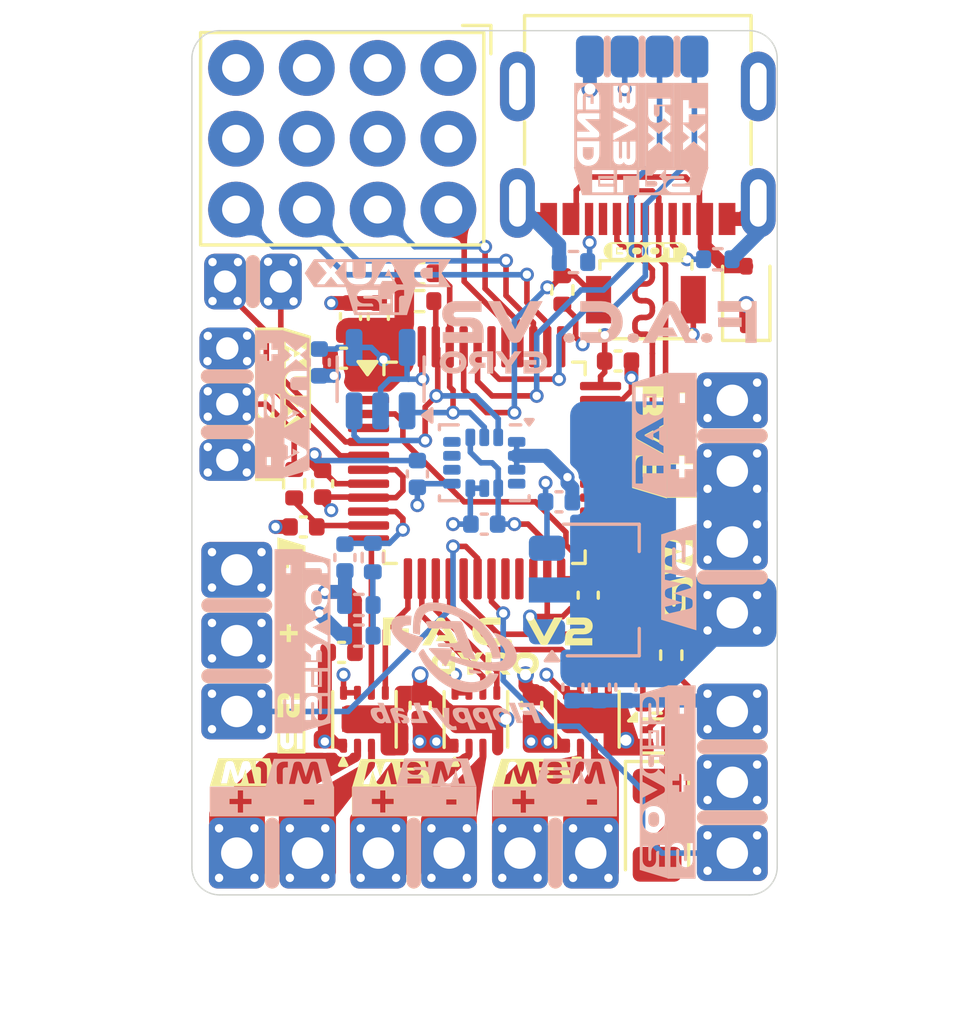
<source format=kicad_pcb>
(kicad_pcb (version 20241229) (generator "pcbnew") (generator_version "9.0")
  (title_block (title "Ant Robot Controller V2") (date "2025-09-19") (rev "2.0") (company "Filippo Castellan"))
  (layers (0 "F.Cu" signal) (4 "In1.Cu" signal) (6 "In2.Cu" signal) (2 "B.Cu" signal) (13 "F.Paste" user) (15 "B.Paste" user) (5 "F.SilkS" user "F.Silkscreen") (7 "B.SilkS" user "B.Silkscreen") (1 "F.Mask" user) (3 "B.Mask" user) (25 "Edge.Cuts" user))
  (net 0 "")
  (net 1 "+BATT")
  (net 2 "GND")
  (net 3 "+3V3")
  (net 4 "/MCU and RX/VBAT")
  (net 5 "/MCU and RX/ADC1")
  (net 6 "/Power/VUSB")
  (net 7 "Net-(D2-A)")
  (net 8 "Net-(D2-K)")
  (net 9 "/MCU and RX/USB_D+")
  (net 11 "Net-(J3-CC2)")
  (net 13 "/MCU and RX/USB_D-")
  (net 14 "Net-(J3-CC1)")
  (net 15 "/DC Motors/M1+")
  (net 16 "/DC Motors/M1-")
  (net 17 "/DC Motors/M2+")
  (net 18 "/DC Motors/M2-")
  (net 19 "/DC Motors/M3-")
  (net 20 "/DC Motors/M3+")
  (net 21 "/MCU and RX/SERVO1")
  (net 22 "/MCU and RX/SERVO2")
  (net 23 "Net-(J9-Pin_2)")
  (net 24 "/MCU and RX/DIGITAL_AUX1")
  (net 25 "/MCU and RX/DIGITAL_AUX2")
  (net 26 "/MCU and RX/UART2_RX")
  (net 27 "/MCU and RX/UART2_TX")
  (net 28 "Net-(Q1-G)")
  (net 29 "/Sensors/VBAT_DIV")
  (net 30 "/MCU and RX/BOOT0")
  (net 31 "/MCU and RX/I2C1_SDA")
  (net 32 "/MCU and RX/I2C1_SCL")
  (net 33 "/MCU and RX/STATUS_LED")
  (net 34 "/DC Motors/PWM_M1_F")
  (net 35 "/DC Motors/PWM_M1_B")
  (net 36 "/DC Motors/PWM_M2_F")
  (net 37 "/DC Motors/PWM_M2_B")
  (net 38 "/DC Motors/PWM_M3_B")
  (net 39 "/DC Motors/PWM_M3_F")
  (net 44 "/MCU and RX/CH4")
  (net 45 "/MCU and RX/CH2")
  (net 50 "/MCU and RX/CH1_PPM")
  (net 51 "/MCU and RX/CH3")
  (net 62 "/Power/+SW")
  (footprint "kibuzzard-68CD6E18" (layer "F.Cu") (at 116.47 129.598464 90)
    (property "Reference" "kibuzzard-68CD6E18" (hide yes))
    (property "Value" "G***" (hide yes))
  )
  (footprint "kibuzzard-68CD725D" (layer "F.Cu") (at 111.25 136.620215)
    (property "Reference" "kibuzzard-68CD725D" (hide yes))
    (property "Value" "G***" (hide yes))
  )
  (footprint "Capacitor_SMD:C_0402_1005Metric" (layer "F.Cu") (at 105.69 120.25 90)
    (property "Reference" "C15" (hide yes))
    (property "Value" "100n")
  )
  (footprint "_MY_connectors:01x02_TH_pad_renforced_small" (layer "F.Cu") (at 102.19 119 180)
    (property "Reference" "J10" (hide yes))
    (property "Value" "DIGITAL_AUX")
  )
  (footprint "kibuzzard-68CD6E40" (layer "F.Cu") (at 106.97 137.65)
    (property "Reference" "kibuzzard-68CD6E40" (hide yes))
    (property "Value" "G***" (hide yes))
  )
  (footprint "_MY_connectors:01x03_TH_pad_renforced" (layer "F.Cu") (at 100.61 134.42 90)
    (property "Reference" "J7" (hide yes))
    (property "Value" "servo 1")
  )
  (footprint "Capacitor_SMD:C_0402_1005Metric" (layer "F.Cu") (at 104.69 120.25 90)
    (property "Reference" "C13" (hide yes))
    (property "Value" "4.7u")
  )
  (footprint "Resistor_SMD:R_0402_1005Metric" (layer "F.Cu") (at 107.17 118.7 180)
    (property "Reference" "R9" (hide yes))
    (property "Value" "5.1k")
  )
  (footprint "Capacitor_SMD:C_0402_1005Metric" (layer "F.Cu") (at 107.19 134.2 90)
    (property "Reference" "C6" (hide yes))
    (property "Value" "4.7u")
  )
  (footprint "Package_DFN_QFN:Diodes_DFN1006-3" (layer "F.Cu") (at 115.69 135.3)
    (property "Reference" "Q1" (hide yes))
    (property "Value" "NMOS")
  )
  (footprint "kibuzzard-68CD7CD9" (layer "F.Cu") (at 109.52 132.7)
    (property "Reference" "kibuzzard-68CD7CD9" (hide yes))
    (property "Value" "G***" (hide yes))
  )
  (footprint "Capacitor_SMD:C_0402_1005Metric" (layer "F.Cu") (at 103.69 126.25 90)
    (property "Reference" "C18" (hide yes))
    (property "Value" "100n")
  )
  (footprint "Resistor_SMD:R_0402_1005Metric" (layer "F.Cu") (at 116.2 132.4 90)
    (property "Reference" "R11" (hide yes))
    (property "Value" "1.5k")
  )
  (footprint "Capacitor_SMD:C_0402_1005Metric" (layer "F.Cu") (at 104.37 132.3)
    (property "Reference" "C5" (hide yes))
    (property "Value" "4.7u")
  )
  (footprint "Resistor_SMD:R_0402_1005Metric" (layer "F.Cu") (at 102.67 126.25 -90)
    (property "Reference" "R6" (hide yes))
    (property "Value" "5.1k")
  )
  (footprint "_MIA footprint:USB_C_304A-ACP16X" (layer "F.Cu") (at 115 112 180)
    (property "Reference" "J3" (hide yes))
    (property "Value" "USB-C_304A-ACP16X")
  )
  (footprint "Resistor_SMD:R_0402_1005Metric" (layer "F.Cu") (at 107.17 119.7 180)
    (property "Reference" "R8" (hide yes))
    (property "Value" "5.1k")
  )
  (footprint "_MY_connectors:01x02_TH_pad_renforced" (layer "F.Cu") (at 105.69 139.5)
    (property "Reference" "J5" (hide yes))
    (property "Value" "M2")
  )
  (footprint "kibuzzard-68CD71AA" (layer "F.Cu") (at 100.87 136.6)
    (property "Reference" "kibuzzard-68CD71AA" (hide yes))
    (property "Value" "G***" (hide yes))
  )
  (footprint "kibuzzard-68CD6E53" (layer "F.Cu") (at 115.42 124.533304 90)
    (property "Reference" "kibuzzard-68CD6E53" (hide yes))
    (property "Value" "G***" (hide yes))
  )
  (footprint "kibuzzard-68CD6E40" (layer "F.Cu") (at 101.87 137.65)
    (property "Reference" "kibuzzard-68CD6E40" (hide yes))
    (property "Value" "G***" (hide yes))
  )
  (footprint "_MY_connectors:01x03_TH_pad_renforced" (layer "F.Cu") (at 118.39 139.5 90)
    (property "Reference" "J8" (hide yes))
    (property "Value" "servo 2")
  )
  (footprint "kibuzzard-68CD7254" (layer "F.Cu") (at 106.191249 136.629396)
    (property "Reference" "kibuzzard-68CD7254" (hide yes))
    (property "Value" "G***" (hide yes))
  )
  (footprint "Capacitor_SMD:C_0402_1005Metric" (layer "F.Cu") (at 114.29 121.85)
    (property "Reference" "C16" (hide yes))
    (property "Value" "100n")
  )
  (footprint "Diode_SMD:D_SOD-323" (layer "F.Cu") (at 118.89 119.5 90)
    (property "Reference" "D1" (hide yes))
    (property "Value" "1N5819WS")
  )
  (footprint "_MY_connectors:01x02_TH_pad_renforced" (layer "F.Cu") (at 110.77 139.5)
    (property "Reference" "J6" (hide yes))
    (property "Value" "M3")
  )
  (footprint "_My_modules:FS2A 4CH reciever" (layer "F.Cu") (at 108.203 111.337 180)
    (property "Reference" "U7" (hide yes))
    (property "Value" "FS2A 4CH reciever")
  )
  (footprint "Button_Switch_SMD:SW_SPST_B3U-1000P" (layer "F.Cu") (at 115.29 119.65 180)
    (property "Reference" "SW1" (hide yes))
    (property "Value" "BOOT")
  )
  (footprint "Capacitor_SMD:C_0402_1005Metric" (layer "F.Cu") (at 111.19 134.2 90)
    (property "Reference" "C7" (hide yes))
    (property "Value" "4.7u")
  )
  (footprint "_MY_connectors:01x02_TH_pad_renforced" (layer "F.Cu") (at 100.61 139.5)
    (property "Reference" "J4" (hide yes))
    (property "Value" "M1")
  )
  (footprint "Package_QFP:LQFP-48_7x7mm_P0.5mm" (layer "F.Cu") (at 109.5 125.5)
    (property "Reference" "U6" (hide yes))
    (property "Value" "STM32F072CBTx")
  )
  (footprint "kibuzzard-68CD73CB" (layer "F.Cu") (at 102.77 122.6 -90)
    (property "Reference" "kibuzzard-68CD73CB" (hide yes))
    (property "Value" "G***" (hide yes))
  )
  (footprint "Resistor_SMD:R_0402_1005Metric" (layer "F.Cu") (at 115.69 134.1)
    (property "Reference" "R10" (hide yes))
    (property "Value" "5.1k")
  )
  (footprint "kibuzzard-68CD717E" (layer "F.Cu") (at 102.57 132.05 -90)
    (property "Reference" "kibuzzard-68CD717E" (hide yes))
    (property "Value" "G***" (hide yes))
  )
  (footprint "kibuzzard-68CD7457" (layer "F.Cu") (at 115.27 117.9)
    (property "Reference" "kibuzzard-68CD7457" (hide yes))
    (property "Value" "G***" (hide yes))
  )
  (footprint "Package_SON:WSON-8-1EP_2x2mm_P0.5mm_EP0.9x1.6mm" (layer "F.Cu") (at 105.19 134.7 90)
    (property "Reference" "U2" (hide yes))
    (property "Value" "DRV8837")
  )
  (footprint "_MY_connectors:01x03_TH_pad_renforced_small" (layer "F.Cu") (at 100.27 121.398096 -90)
    (property "Reference" "J9" (hide yes))
    (property "Value" "ADC_AUX")
  )
  (footprint "Capacitor_SMD:C_0402_1005Metric" (layer "F.Cu") (at 113.22 130.25 -90)
    (property "Reference" "C17" (hide yes))
    (property "Value" "100n")
  )
  (footprint "kibuzzard-68CD7AF2" (layer "F.Cu") (at 109.62 131.55)
    (property "Reference" "kibuzzard-68CD7AF2" (hide yes))
    (property "Value" "G***" (hide yes))
  )
  (footprint "Capacitor_SMD:C_0402_1005Metric" (layer "F.Cu") (at 103 127.8)
    (property "Reference" "C11" (hide yes))
    (property "Value" "100n")
  )
  (footprint "Resistor_SMD:R_0402_1005Metric" (layer "F.Cu") (at 112.29 119.3 -90)
    (property "Reference" "R7" (hide yes))
    (property "Value" "5.1k")
  )
  (footprint "Capacitor_SMD:C_0402_1005Metric" (layer "F.Cu") (at 104.44 121.75 180)
    (property "Reference" "C14" (hide yes))
    (property "Value" "100n")
  )
  (footprint "_MY_connectors:01x02_TH_pad_renforced" (layer "F.Cu") (at 118.39 128.34 -90)
    (property "Reference" "J1" (hide yes))
    (property "Value" "SWITCH")
  )
  (footprint "kibuzzard-68CD73D1" (layer "F.Cu") (at 101.77 123.4 -90)
    (property "Reference" "kibuzzard-68CD73D1" (hide yes))
    (property "Value" "G***" (hide yes))
  )
  (footprint "Package_SON:WSON-8-1EP_2x2mm_P0.5mm_EP0.9x1.6mm" (layer "F.Cu") (at 109.19 134.7 90)
    (property "Reference" "U3" (hide yes))
    (property "Value" "DRV8837")
  )
  (footprint "kibuzzard-68CD6E40" (layer "F.Cu") (at 116.580555 124.53 90)
    (property "Reference" "kibuzzard-68CD6E40" (hide yes))
    (property "Value" "G***" (hide yes))
  )
  (footprint "Package_SON:WSON-8-1EP_2x2mm_P0.5mm_EP0.9x1.6mm" (layer "F.Cu") (at 113.19 134.7 90)
    (property "Reference" "U4" (hide yes))
    (property "Value" "DRV8837")
  )
  (footprint "LED_SMD:LED_1206_3216Metric" (layer "F.Cu") (at 115.69 138.5 -90)
    (property "Reference" "D2" (hide yes))
    (property "Value" "STATUS")
  )
  (footprint "kibuzzard-68CD6E40" (layer "F.Cu") (at 112.02 137.65)
    (property "Reference" "kibuzzard-68CD6E40" (hide yes))
    (property "Value" "G***" (hide yes))
  )
  (footprint "_MY_connectors:01x02_TH_pad_renforced" (layer "F.Cu") (at 118.39 123.26 -90)
    (property "Reference" "J2" (hide yes))
    (property "Value" "2s Battery")
  )
  (footprint "Resistor_SMD:R_0402_1005Metric" (layer "B.Cu") (at 105.49 128.9 90)
    (property "Reference" "R5" (hide yes))
    (property "Value" "10k")
  )
  (footprint "LOGO" (layer "B.Cu") (at 108.273663 132.806178 180)
    (property "Reference" "G***" (hide yes))
    (property "Value" "LOGO" (hide yes))
  )
  (footprint "kibuzzard-68CD793B" (layer "B.Cu") (at 113.22 113.412923 -90)
    (property "Reference" "kibuzzard-68CD793B" (hide yes))
    (property "Value" "G***" (hide yes))
  )
  (footprint "kibuzzard-68CD7254" (layer "B.Cu") (at 107.763237 136.605586 180)
    (property "Reference" "kibuzzard-68CD7254" (hide yes))
    (property "Value" "G***" (hide yes))
  )
  (footprint "kibuzzard-68CD71AA" (layer "B.Cu") (at 102.867069 136.620345 180)
    (property "Reference" "kibuzzard-68CD71AA" (hide yes))
    (property "Value" "G***" (hide yes))
  )
  (footprint "kibuzzard-68CD787F" (layer "B.Cu") (at 102.72 123.4 90)
    (property "Reference" "kibuzzard-68CD787F" (hide yes))
    (property "Value" "G***" (hide yes))
  )
  (footprint "Resistor_SMD:R_0402_1005Metric" (layer "B.Cu") (at 104.99 130.6 180)
    (property "Reference" "R4" (hide yes))
    (property "Value" "1.5k")
  )
  (footprint "Resistor_SMD:R_0402_1005Metric" (layer "B.Cu") (at 104.99 131.7)
    (property "Reference" "R3" (hide yes))
    (property "Value" "10k")
  )
  (footprint "Package_TO_SOT_SMD:SOT-23-5" (layer "B.Cu") (at 105.77 122.5 90)
    (property "Reference" "U8" (hide yes))
    (property "Value" "AT24C02C")
  )
  (footprint "Resistor_SMD:R_0402_1005Metric" (layer "B.Cu") (at 112.69 118.3 180)
    (property "Reference" "R1" (hide yes))
    (property "Value" "5.1k")
  )
  (footprint "kibuzzard-68CD7CD9" (layer "B.Cu") (at 109.82 121.9 180)
    (property "Reference" "kibuzzard-68CD7CD9" (hide yes))
    (property "Value" "G***" (hide yes))
  )
  (footprint "Capacitor_SMD:C_0402_1005Metric" (layer "B.Cu") (at 109.49 127.7 180)
    (property "Reference" "C10" (hide yes))
    (property "Value" "100n")
  )
  (footprint "Package_TO_SOT_SMD:SOT-89-3" (layer "B.Cu") (at 113.69 130.0625)
    (property "Reference" "U1" (hide yes))
    (property "Value" "GM7333")
  )
  (footprint "kibuzzard-68CD76C6" (layer "B.Cu") (at 102.47 131.9 90)
    (property "Reference" "kibuzzard-68CD76C6" (hide yes))
    (property "Value" "G***" (hide yes))
  )
  (footprint "kibuzzard-68CD795A" (layer "B.Cu") (at 114.52 113.4 -90)
    (property "Reference" "kibuzzard-68CD795A" (hide yes))
    (property "Value" "G***" (hide yes))
  )
  (footprint "kibuzzard-68CD78A4" (layer "B.Cu") (at 101.77 123.4 90)
    (property "Reference" "kibuzzard-68CD78A4" (hide yes))
    (property "Value" "G***" (hide yes))
  )
  (footprint "kibuzzard-68CD769D" (layer "B.Cu") (at 115.57 136.95 -90)
    (property "Reference" "kibuzzard-68CD769D" (hide yes))
    (property "Value" "G***" (hide yes))
  )
  (footprint "kibuzzard-68CD75CA" (layer "B.Cu") (at 106.981323 137.643241 180)
    (property "Reference" "kibuzzard-68CD75CA" (hide yes))
    (property "Value" "G***" (hide yes))
  )
  (footprint "Package_LGA:LGA-14_3x2.5mm_P0.5mm_LayoutBorder3x4y" (layer "B.Cu") (at 109.49 125.5 180)
    (property "Reference" "U5" (hide yes))
    (property "Value" "LSM6DS3")
  )
  (footprint "Capacitor_SMD:C_0402_1005Metric" (layer "B.Cu") (at 103.57 121.9 -90)
    (property "Reference" "C19" (hide yes))
    (property "Value" "100n")
  )
  (footprint "Capacitor_SMD:C_0402_1005Metric" (layer "B.Cu") (at 112.67 133.55 -90)
    (property "Reference" "C3" (hide yes))
    (property "Value" "4.7u")
  )
  (footprint "Resistor_SMD:R_0402_1005Metric" (layer "B.Cu") (at 117.87 118.2)
    (property "Reference" "R2" (hide yes))
    (property "Value" "5.1k")
  )
  (footprint "Capacitor_SMD:C_0402_1005Metric" (layer "B.Cu") (at 113.62 133.55 -90)
    (property "Reference" "C2" (hide yes))
    (property "Value" "4.7u")
  )
  (footprint "kibuzzard-68CD6E53" (layer "B.Cu") (at 115.42 124.5 -90)
    (property "Reference" "kibuzzard-68CD6E53" (hide yes))
    (property "Value" "G***" (hide yes))
  )
  (footprint "kibuzzard-68CD78F0" (layer "B.Cu") (at 105.77 119.7 180)
    (property "Reference" "kibuzzard-68CD78F0" (hide yes))
    (property "Value" "G***" (hide yes))
  )
  (footprint "kibuzzard-68CD7AD1" (layer "B.Cu") (at 113.62 120.45 180)
    (property "Reference" "kibuzzard-68CD7AD1" (hide yes))
    (property "Value" "G***" (hide yes))
  )
  (footprint "_MY_connectors:Pad 01x04 small" (layer "B.Cu") (at 117.029404 110.926904 90)
    (property "Reference" "J12" (hide yes))
    (property "Value" "ELRS")
  )
  (footprint "Capacitor_SMD:C_0402_1005Metric" (layer "B.Cu") (at 112.17 126.9)
    (property "Reference" "C4" (hide yes))
    (property "Value" "4.7u")
  )
  (footprint "kibuzzard-68CD79A4" (layer "B.Cu") (at 117.02 113.405129 -90)
    (property "Reference" "kibuzzard-68CD79A4" (hide yes))
    (property "Value" "G***" (hide yes))
  )
  (footprint "Capacitor_SMD:C_0402_1005Metric" (layer "B.Cu") (at 104.49 128.9 90)
    (property "Reference" "C8" (hide yes))
    (property "Value" "4.7u")
  )
  (footprint "Capacitor_SMD:C_0402_1005Metric" (layer "B.Cu") (at 114.57 133.55 -90)
    (property "Reference" "C1" (hide yes))
    (property "Value" "4.7u")
  )
  (footprint "kibuzzard-68CD75CA" (layer "B.Cu") (at 112.013724 137.648475 180)
    (property "Reference" "kibuzzard-68CD75CA" (hide yes))
    (property "Value" "G***" (hide yes))
  )
  (footprint "kibuzzard-68CD7642" (layer "B.Cu") (at 103.47 131.9 90)
    (property "Reference" "kibuzzard-68CD7642" (hide yes))
    (property "Value" "G***" (hide yes))
  )
  (footprint "Capacitor_SMD:C_0402_1005Metric" (layer "B.Cu") (at 107.09 125.9 90)
    (property "Reference" "C9" (hide yes))
    (property "Value" "100n")
  )
  (footprint "kibuzzard-68CD79BE" (layer "B.Cu") (at 115.77 113.396308 -90)
    (property "Reference" "kibuzzard-68CD79BE" (hide yes))
    (property "Value" "G***" (hide yes))
  )
  (footprint "kibuzzard-68CD75CA" (layer "B.Cu") (at 101.867173 137.646068 180)
    (property "Reference" "kibuzzard-68CD75CA" (hide yes))
    (property "Value" "G***" (hide yes))
  )
  (footprint "kibuzzard-68CD725D" (layer "B.Cu") (at 112.783724 136.61869 180)
    (property "Reference" "kibuzzard-68CD725D" (hide yes))
    (property "Value" "G***" (hide yes))
  )
  (footprint "kibuzzard-68CD7A1F" (layer "B.Cu") (at 115.12 115.4)
    (property "Reference" "kibuzzard-68CD7A1F" (hide yes))
    (property "Value" "G***" (hide yes))
  )
  (footprint "kibuzzard-68CD784B" (layer "B.Cu") (at 116.57 136.95 -90)
    (property "Reference" "kibuzzard-68CD784B" (hide yes))
    (property "Value" "G***" (hide yes))
  )
  (footprint "kibuzzard-68CD6E18" (layer "B.Cu") (at 116.47 129.6 -90)
    (property "Reference" "kibuzzard-68CD6E18" (hide yes))
    (property "Value" "G***" (hide yes))
  )
  (footprint "kibuzzard-68CD78BE" (layer "B.Cu") (at 105.67 118.7 180)
    (property "Reference" "kibuzzard-68CD78BE" (hide yes))
    (property "Value" "G***" (hide yes))
  )
  (footprint "kibuzzard-68CD756A" (layer "B.Cu") (at 116.580555 124.503304 -90)
    (property "Reference" "kibuzzard-68CD756A" (hide yes))
    (property "Value" "G***" (hide yes))
  )
  (gr_rect (start 113.672564 111.874667) (end 114.017436 114.917949) (fill yes) (layer "B.SilkS"))
  (gr_rect (start 116.272564 111.874667) (end 116.517436 114.917949) (fill yes) (layer "B.SilkS"))
  (gr_rect (start 115.022564 111.874667) (end 115.267436 114.917949) (fill yes) (layer "B.SilkS"))
  (gr_line (start 119 110) (end 100 110) (stroke (width 0.05)) (layer "Edge.Cuts"))
  (gr_arc (start 99 111) (mid 99.292893 110.292893) (end 100 110) (stroke (width 0.05)) (layer "Edge.Cuts"))
  (gr_line (start 120 140) (end 120 111) (stroke (width 0.05)) (layer "Edge.Cuts"))
  (gr_line (start 100 141) (end 119 141) (stroke (width 0.05)) (layer "Edge.Cuts"))
  (gr_line (start 99 111) (end 99 140) (stroke (width 0.05)) (layer "Edge.Cuts"))
  (gr_arc (start 120 140) (mid 119.707107 140.707107) (end 119 141) (stroke (width 0.05)) (layer "Edge.Cuts"))
  (gr_arc (start 100 141) (mid 99.292893 140.707107) (end 99 140) (stroke (width 0.05)) (layer "Edge.Cuts"))
  (gr_arc (start 119 110) (mid 119.707107 110.292893) (end 120 111) (stroke (width 0.05)) (layer "Edge.Cuts"))
  (segment (start 118.89 119.82) (end 118.89 120.55) (width 0.5) (layer "F.Cu") (net 1))
  (segment (start 103.77 132.42) (end 103.89 132.3) (width 0.5) (layer "F.Cu") (net 1))
  (segment (start 116.2 131.2) (end 116.52 130.88) (width 0.5) (layer "F.Cu") (net 1))
  (segment (start 116.2 131.89) (end 116.2 131.2) (width 0.5) (layer "F.Cu") (net 1))
  (segment (start 103.77 135.5) (end 103.77 132.42) (width 0.5) (layer "F.Cu") (net 1))
  (segment (start 116.52 130.88) (end 118.39 130.88) (width 0.5) (layer "F.Cu") (net 1))
  (via (at 107.17 135.5) (size 0.5) (drill 0.3) (layers "F.Cu" "B.Cu") (net 1))
  (via (at 111.77 135.5) (size 0.5) (drill 0.3) (layers "F.Cu" "B.Cu") (net 1))
  (via (at 103.57 130.9) (size 0.5) (drill 0.3) (layers "F.Cu" "B.Cu") (net 1))
  (via (at 103.77 135.5) (size 0.5) (drill 0.3) (layers "F.Cu" "B.Cu") (net 1))
  (via (at 107.77 135.5) (size 0.5) (drill 0.3) (layers "F.Cu" "B.Cu") (net 1))
  (via (at 111.17 135.5) (size 0.5) (drill 0.3) (layers "F.Cu" "B.Cu") (net 1))
  (via (at 118.89 119.82) (size 0.6) (drill 0.4) (layers "F.Cu" "B.Cu") (net 1))
  (segment (start 104.48 131.7) (end 104.37 131.7) (width 0.5) (layer "B.Cu") (net 1))
  (segment (start 104.37 131.7) (end 103.57 130.9) (width 0.5) (layer "B.Cu") (net 1))
  (segment (start 111.8 116.755) (end 111.255 116.755) (width 0.5) (layer "F.Cu") (net 2))
  (segment (start 104.54 130.13) (end 104.85 130.44) (width 0.5) (layer "F.Cu") (net 2))
  (segment (start 103.4 125.48) (end 103.69 125.77) (width 0.5) (layer "F.Cu") (net 2))
  (segment (start 114.433824 123.25) (end 113.6625 123.25) (width 0.2) (layer "F.Cu") (net 2))
  (segment (start 118.745 116.755) (end 119.32 116.18) (width 0.5) (layer "F.Cu") (net 2))
  (segment (start 110.97 133.5) (end 111.19 133.72) (width 0.5) (layer "F.Cu") (net 2))
  (segment (start 105.3375 126.25) (end 104.17 126.25) (width 0.2) (layer "F.Cu") (net 2))
  (segment (start 112.305 131.015) (end 112.59 130.73) (width 0.2) (layer "F.Cu") (net 2))
  (segment (start 103.77 130.13) (end 104.54 130.13) (width 0.5) (layer "F.Cu") (net 2))
  (segment (start 111.135 131.015) (end 111.75 131.015) (width 0.2) (layer "F.Cu") (net 2))
  (segment (start 109.19 134.7) (end 110.27 134.7) (width 0.5) (layer "F.Cu") (net 2))
  (segment (start 107.25 122.48) (end 107.27 122.5) (width 0.2) (layer "F.Cu") (net 2))
  (segment (start 107.25 121.3375) (end 107.25 122.48) (width 0.2) (layer "F.Cu") (net 2))
  (segment (start 103.96 122.25) (end 103.96 121.75) (width 0.5) (layer "F.Cu") (net 2))
  (segment (start 103.4 125.2) (end 103.4 125.48) (width 0.5) (layer "F.Cu") (net 2))
  (segment (start 111.75 131.015) (end 111.75 129.6625) (width 0.2) (layer "F.Cu") (net 2))
  (segment (start 104.85 130.44) (end 104.85 132.3) (width 0.5) (layer "F.Cu") (net 2))
  (segment (start 102 127.8) (end 102.52 127.8) (width 0.5) (layer "F.Cu") (net 2))
  (segment (start 107.19 133.1) (end 107.19 133.72) (width 0.5) (layer "F.Cu") (net 2))
  (segment (start 104.17 126.25) (end 103.69 125.77) (width 0.2) (layer "F.Cu") (net 2))
  (segment (start 104 119.77) (end 104.69 119.77) (width 0.5) (layer "F.Cu") (net 2))
  (segment (start 111.135 131.015) (end 112.305 131.015) (width 0.2) (layer "F.Cu") (net 2))
  (segment (start 114.77 121.85) (end 114.77 122.45) (width 0.5) (layer "F.Cu") (net 2))
  (segment (start 114.77 122.913824) (end 114.433824 123.25) (width 0.2) (layer "F.Cu") (net 2))
  (segment (start 112.59 130.73) (end 113.22 130.73) (width 0.2) (layer "F.Cu") (net 2))
  (segment (start 114.77 122.45) (end 114.77 122.913824) (width 0.2) (layer "F.Cu") (net 2))
  (segment (start 110.97 133.1) (end 110.97 133.5) (width 0.5) (layer "F.Cu") (net 2))
  (segment (start 104.09 122.38) (end 103.96 122.25) (width 0.5) (layer "F.Cu") (net 2))
  (segment (start 112.29 119.81) (end 112.77 120.29) (width 0.2) (layer "F.Cu") (net 2))
  (segment (start 111.255 116.755) (end 110.68 116.18) (width 0.5) (layer "F.Cu") (net 2))
  (segment (start 112.77 121) (end 113.02 121.25) (width 0.2) (layer "F.Cu") (net 2))
  (segment (start 112.77 120.29) (end 112.77 121) (width 0.2) (layer "F.Cu") (net 2))
  (segment (start 118.2 116.755) (end 118.745 116.755) (width 0.5) (layer "F.Cu") (net 2))
  (segment (start 105.69 119.77) (end 104.69 119.77) (width 0.5) (layer "F.Cu") (net 2))
  (via (at 108.37 127.7) (size 0.5) (drill 0.3) (layers "F.Cu" "B.Cu") (net 2))
  (via (at 107.27 122.5) (size 0.5) (drill 0.3) (layers "F.Cu" "B.Cu") (net 2))
  (via (at 103.4 125.2) (size 0.5) (drill 0.3) (layers "F.Cu" "B.Cu") (net 2))
  (via (at 112.475 126.013636) (size 0.5) (drill 0.3) (layers "F.Cu" "B.Cu") (net 2))
  (via (at 104.09 122.38) (size 0.5) (drill 0.3) (layers "F.Cu" "B.Cu") (net 2))
  (via (at 114.77 122.45) (size 0.5) (drill 0.3) (layers "F.Cu" "B.Cu") (net 2))
  (via (at 102 127.8) (size 0.5) (drill 0.3) (layers "F.Cu" "B.Cu") (net 2))
  (via (at 113.02 121.25) (size 0.5) (drill 0.3) (layers "F.Cu" "B.Cu") (net 2))
  (via (at 107.19 133.1) (size 0.6) (drill 0.4) (layers "F.Cu" "B.Cu") (net 2))
  (via (at 111.135 131.015) (size 0.5) (drill 0.3) (layers "F.Cu" "B.Cu") (net 2))
  (via (at 114.57 135.45) (size 0.6) (drill 0.4) (layers "F.Cu" "B.Cu") (net 2))
  (via (at 110.27 134.7) (size 0.6) (drill 0.4) (layers "F.Cu" "B.Cu") (net 2))
  (via (at 104 119.77) (size 0.5) (drill 0.3) (layers "F.Cu" "B.Cu") (net 2))
  (via (at 110.97 133.1) (size 0.6) (drill 0.4) (layers "F.Cu" "B.Cu") (net 2))
  (via (at 103.77 130.13) (size 0.5) (drill 0.3) (layers "F.Cu" "B.Cu") (net 2))
  (via (at 113.279404 112.090596) (size 0.6) (drill 0.4) (layers "F.Cu" "B.Cu") (net 2))
  (segment (start 106.72 121.3625) (end 106.72 122.45) (width 0.2) (layer "B.Cu") (net 2))
  (segment (start 119.32 117.26) (end 119.32 116.18) (width 0.5) (layer "B.Cu") (net 2))
  (segment (start 105.77 122.83) (end 105.77 123.6375) (width 0.2) (layer "B.Cu") (net 2))
  (segment (start 109.49 126.4125) (end 108.99 126.4125) (width 0.2) (layer "B.Cu") (net 2))
  (segment (start 113.62 134.03) (end 112.67 134.03) (width 0.5) (layer "B.Cu") (net 2))
  (segment (start 112.65 126.39931) (end 112.65 126.9) (width 0.5) (layer "B.Cu") (net 2))
  (segment (start 112.18 117.68) (end 110.68 116.18) (width 0.5) (layer "B.Cu") (net 2))
  (segment (start 113.279404 112.090596) (end 113.279404 110.926904) (width 0.5) (layer "B.Cu") (net 2))
  (segment (start 110.6525 125.75) (end 110.6525 125.25) (width 0.2) (layer "B.Cu") (net 2))
  (segment (start 104.49 129.38) (end 104.49 130.59) (width 0.5) (layer "B.Cu") (net 2))
  (segment (start 106.77 122.5) (end 106.1 122.5) (width 0.2) (layer "B.Cu") (net 2))
  (segment (start 104.49 130.13) (end 104.49 129.38) (width 0.5) (layer "B.Cu") (net 2))
  (segment (start 103.77 130.13) (end 104.49 130.13) (width 0.5) (layer "B.Cu") (net 2))
  (segment (start 108.99 126.4125) (end 108.99 127.68) (width 0.2) (layer "B.Cu") (net 2))
  (segment (start 104.49 130.59) (end 104.48 130.6) (width 0.5) (layer "B.Cu") (net 2))
  (segment (start 111.135 131.015) (end 111.135 131.465) (width 0.5) (layer "B.Cu") (net 2))
  (segment (start 112.475 126.22431) (end 112.65 126.39931) (width 0.5) (layer "B.Cu") (net 2))
  (segment (start 103.4 125.2) (end 103.4 125.358307) (width 0.2) (layer "B.Cu") (net 2))
  (segment (start 112.475 126.013636) (end 112.475 126.22431) (width 0.5) (layer "B.Cu") (net 2))
  (segment (start 107.27 122.5) (end 106.77 122.5) (width 0.2) (layer "B.Cu") (net 2))
  (segment (start 111.2325 131.5625) (end 111.74 131.5625) (width 0.5) (layer "B.Cu") (net 2))
  (segment (start 111.135 131.465) (end 111.2325 131.5625) (width 0.5) (layer "B.Cu") (net 2))
  (segment (start 118 134.03) (end 118.39 134.42) (width 0.5) (layer "B.Cu") (net 2))
  (segment (start 114.57 134.03) (end 118 134.03) (width 0.5) (layer "B.Cu") (net 2))
  (segment (start 103.461693 125.42) (end 107.09 125.42) (width 0.2) (layer "B.Cu") (net 2))
  (segment (start 110.6525 124.75) (end 110.6525 125.25) (width 0.2) (layer "B.Cu") (net 2))
  (segment (start 108.99 127.68) (end 109.01 127.7) (width 0.2) (layer "B.Cu") (net 2))
  (segment (start 106.72 122.45) (end 106.77 122.5) (width 0.2) (layer "B.Cu") (net 2))
  (segment (start 104.09 122.38) (end 103.57 122.38) (width 0.5) (layer "B.Cu") (net 2))
  (segment (start 111.711364 125.25) (end 110.6525 125.25) (width 0.5) (layer "B.Cu") (net 2))
  (segment (start 106.1 122.5) (end 105.77 122.83) (width 0.2) (layer "B.Cu") (net 2))
  (segment (start 109.01 127.7) (end 108.37 127.7) (width 0.2) (layer "B.Cu") (net 2))
  (segment (start 114.57 134.03) (end 113.62 134.03) (width 0.5) (layer "B.Cu") (net 2))
  (segment (start 112.475 126.013636) (end 111.711364 125.25) (width 0.5) (layer "B.Cu") (net 2))
  (segment (start 112.18 118.3) (end 112.18 117.68) (width 0.5) (layer "B.Cu") (net 2))
  (segment (start 103.4 125.358307) (end 103.461693 125.42) (width 0.2) (layer "B.Cu") (net 2))
  (segment (start 118.38 118.2) (end 119.32 117.26) (width 0.5) (layer "B.Cu") (net 2))
  (segment (start 108.94 133.75) (end 108.44 133.75) (width 0.2) (layer "F.Cu") (net 3))
  (segment (start 113.814641 120.91988) (end 113.814641 120.955359) (width 0.2) (layer "F.Cu") (net 3))
  (segment (start 104.94 133.75) (end 104.44 133.75) (width 0.2) (layer "F.Cu") (net 3))
  (segment (start 113.6625 122.4) (end 113.81 122.2525) (width 0.2) (layer "F.Cu") (net 3))
  (segment (start 112.77 129.72) (end 113.17 129.72) (width 0.2) (layer "F.Cu") (net 3))
  (segment (start 113.81 120.96) (end 113.81 121.85) (width 0.2) (layer "F.Cu") (net 3))
  (segment (start 104.44 133.1) (end 104.44 133.75) (width 0.2) (layer "F.Cu") (net 3))
  (segment (start 103.69 126.73) (end 105.3175 126.73) (width 0.2) (layer "F.Cu") (net 3))
  (segment (start 108.44 133.1) (end 108.44 133.75) (width 0.2) (layer "F.Cu") (net 3))
  (segment (start 105.3375 125.75) (end 106.32 125.75) (width 0.2) (layer "F.Cu") (net 3))
  (segment (start 106.32 126.75) (end 105.3375 126.75) (width 0.2) (layer "F.Cu") (net 3))
  (segment (start 106.75 121.3375) (end 106.75 119.79) (width 0.2) (layer "F.Cu") (net 3))
  (segment (start 113.17 129.72) (end 113.22 129.77) (width 0.2) (layer "F.Cu") (net 3))
  (segment (start 112.94 133.75) (end 112.44 133.75) (width 0.2) (layer "F.Cu") (net 3))
  (segment (start 116.97 120.9) (end 116.99 120.88) (width 0.2) (layer "F.Cu") (net 3))
  (segment (start 106.66 118.7) (end 106.66 119.7) (width 0.2) (layer "F.Cu") (net 3))
  (segment (start 113.81 122.2525) (end 113.81 121.85) (width 0.2) (layer "F.Cu") (net 3))
  (segment (start 112.7125 129.6625) (end 112.77 129.72) (width 0.2) (layer "F.Cu") (net 3))
  (segment (start 113.814641 120.955359) (end 113.81 120.96) (width 0.2) (layer "F.Cu") (net 3))
  (segment (start 112.25 129.6625) (end 112.25 128.891176) (width 0.2) (layer "F.Cu") (net 3))
  (segment (start 106.57 126) (end 106.57 126.5) (width 0.2) (layer "F.Cu") (net 3))
  (segment (start 112.37 133.75) (end 112.44 133.75) (width 0.2) (layer "F.Cu") (net 3))
  (segment (start 112.25 128.891176) (end 111.058824 127.7) (width 0.2) (layer "F.Cu") (net 3))
  (segment (start 103.69 126.89) (end 103.69 126.73) (width 0.2) (layer "F.Cu") (net 3))
  (segment (start 104 127.2) (end 103.69 126.89) (width 0.2) (layer "F.Cu") (net 3))
  (segment (start 106.75 119.79) (end 106.66 119.7) (width 0.2) (layer "F.Cu") (net 3))
  (segment (start 116.99 120.88) (end 116.99 119.65) (width 0.2) (layer "F.Cu") (net 3))
  (segment (start 106.57 126.5) (end 106.32 126.75) (width 0.2) (layer "F.Cu") (net 3))
  (segment (start 111.72 133.1) (end 112.37 133.75) (width 0.2) (layer "F.Cu") (net 3))
  (segment (start 111.058824 127.7) (end 110.57 127.7) (width 0.2) (layer "F.Cu") (net 3))
  (segment (start 112.25 129.6625) (end 112.7125 129.6625) (width 0.2) (layer "F.Cu") (net 3))
  (segment (start 106.32 125.75) (end 106.57 126) (width 0.2) (layer "F.Cu") (net 3))
  (segment (start 105.3175 126.73) (end 105.3375 126.75) (width 0.2) (layer "F.Cu") (net 3))
  (segment (start 113.6625 122.75) (end 113.6625 122.4) (width 0.2) (layer "F.Cu") (net 3))
  (via (at 108.44 133.1) (size 0.5) (drill 0.3) (layers "F.Cu" "B.Cu") (net 3))
  (via (at 107.09 127.02) (size 0.5) (drill 0.3) (layers "F.Cu" "B.Cu") (net 3))
  (via (at 104 127.2) (size 0.5) (drill 0.3) (layers "F.Cu" "B.Cu") (net 3))
  (via (at 116.97 120.9) (size 0.5) (drill 0.3) (layers "F.Cu" "B.Cu") (net 3))
  (via (at 111.69 126.22) (size 0.5) (drill 0.3) (layers "F.Cu" "B.Cu") (net 3))
  (via (at 105.87 121.8) (size 0.5) (drill 0.3) (layers "F.Cu" "B.Cu") (net 3))
  (via (at 114.529404 112.1) (size 0.5) (drill 0.3) (layers "F.Cu" "B.Cu") (net 3))
  (via (at 113.814641 120.91988) (size 0.5) (drill 0.3) (layers "F.Cu" "B.Cu") (net 3))
  (via (at 104.44 133.1) (size 0.5) (drill 0.3) (layers "F.Cu" "B.Cu") (net 3))
  (via (at 110.57 127.7) (size 0.5) (drill 0.3) (layers "F.Cu" "B.Cu") (net 3))
  (via (at 111.72 133.1) (size 0.5) (drill 0.3) (layers "F.Cu" "B.Cu") (net 3))
  (segment (start 109.77 125.5) (end 109.99 125.72) (width 0.2) (layer "B.Cu") (net 3))
  (segment (start 109.99 126.4125) (end 109.99 127.68) (width 0.2) (layer "B.Cu") (net 3))
  (segment (start 114.529404 112.1) (end 114.529404 110.926904) (width 0.2) (layer "B.Cu") (net 3))
  (segment (start 104.2325 121.3625) (end 104.82 121.3625) (width 0.2) (layer "B.Cu") (net 3))
  (segment (start 103.57 121.42) (end 104.175 121.42) (width 0.2) (layer "B.Cu") (net 3))
  (segment (start 107.22 126.25) (end 108.3275 126.25) (width 0.2) (layer "B.Cu") (net 3))
  (segment (start 111.69 126.22) (end 111.69 126.9) (width 0.2) (layer "B.Cu") (net 3))
  (segment (start 109.37 125.5) (end 109.77 125.5) (width 0.2) (layer "B.Cu") (net 3))
  (segment (start 113.834521 120.9) (end 113.814641 120.91988) (width 0.2) (layer "B.Cu") (net 3))
  (segment (start 104.175 121.42) (end 104.2325 121.3625) (width 0.2) (layer "B.Cu") (net 3))
  (segment (start 108.99 124.5875) (end 108.99 125.12) (width 0.2) (layer "B.Cu") (net 3))
  (segment (start 113.814641 120.91988) (end 113.814521 120.92) (width 0.2) (layer "B.Cu") (net 3))
  (segment (start 111.74 126.95) (end 111.69 126.9) (width 0.2) (layer "B.Cu") (net 3))
  (segment (start 109.99 127.68) (end 109.97 127.7) (width 0.2) (layer "B.Cu") (net 3))
  (segment (start 107.09 127.02) (end 107.09 126.38) (width 0.2) (layer "B.Cu") (net 3))
  (segment (start 105.4325 121.3625) (end 104.82 121.3625) (width 0.2) (layer "B.Cu") (net 3))
  (segment (start 109.97 127.7) (end 110.57 127.7) (width 0.2) (layer "B.Cu") (net 3))
  (segment (start 109.99 125.72) (end 109.99 126.4125) (width 0.2) (layer "B.Cu") (net 3))
  (segment (start 105.87 121.8) (end 105.4325 121.3625) (width 0.2) (layer "B.Cu") (net 3))
  (segment (start 108.99 125.12) (end 109.37 125.5) (width 0.2) (layer "B.Cu") (net 3))
  (segment (start 107.09 126.38) (end 107.22 126.25) (width 0.2) (layer "B.Cu") (net 3))
  (segment (start 111.74 128.5625) (end 111.74 126.95) (width 0.2) (layer "B.Cu") (net 3))
  (segment (start 106.57 127.9) (end 106.57 127.5) (width 0.2) (layer "F.Cu") (net 4))
  (segment (start 106.57 127.5) (end 106.32 127.25) (width 0.2) (layer "F.Cu") (net 4))
  (segment (start 106.32 127.25) (end 105.3375 127.25) (width 0.2) (layer "F.Cu") (net 4))
  (via (at 106.57 127.9) (size 0.5) (drill 0.3) (layers "F.Cu" "B.Cu") (net 4))
  (segment (start 105.49 128.39) (end 104.52 128.39) (width 0.2) (layer "B.Cu") (net 4))
  (segment (start 106.08 128.39) (end 106.57 127.9) (width 0.2) (layer "B.Cu") (net 4))
  (segment (start 104.52 128.39) (end 104.49 128.42) (width 0.2) (layer "B.Cu") (net 4))
  (segment (start 105.49 128.39) (end 106.08 128.39) (width 0.2) (layer "B.Cu") (net 4))
  (segment (start 103.72 127.75) (end 103.68 127.79) (width 0.2) (layer "F.Cu") (net 5))
  (segment (start 102.67 126.890988) (end 103.48 127.700988) (width 0.2) (layer "F.Cu") (net 5))
  (segment (start 103.49 127.79) (end 103.48 127.8) (width 0.2) (layer "F.Cu") (net 5))
  (segment (start 102.67 126.76) (end 102.67 126.890988) (width 0.2) (layer "F.Cu") (net 5))
  (segment (start 105.3375 127.75) (end 103.72 127.75) (width 0.2) (layer "F.Cu") (net 5))
  (segment (start 103.48 127.700988) (end 103.48 127.8) (width 0.2) (layer "F.Cu") (net 5))
  (segment (start 103.68 127.79) (end 103.49 127.79) (width 0.2) (layer "F.Cu") (net 5))
  (segment (start 118.89 118.45) (end 118.118 118.45) (width 0.5) (layer "F.Cu") (net 6))
  (segment (start 112.6 116.755) (end 112.79 116.565) (width 0.2) (layer "F.Cu") (net 6))
  (segment (start 118.118 118.45) (end 117.4 117.732) (width 0.5) (layer "F.Cu") (net 6))
  (segment (start 117.21 115.75) (end 117.21 116.565) (width 0.2) (layer "F.Cu") (net 6))
  (segment (start 117.4 117.732) (end 117.4 116.755) (width 0.5) (layer "F.Cu") (net 6))
  (segment (start 112.79 115.73) (end 113.27 115.25) (width 0.2) (layer "F.Cu") (net 6))
  (segment (start 117.21 116.565) (end 117.4 116.755) (width 0.2) (layer "F.Cu") (net 6))
  (segment (start 113.27 115.25) (end 116.71 115.25) (width 0.2) (layer "F.Cu") (net 6))
  (segment (start 116.71 115.25) (end 117.21 115.75) (width 0.2) (layer "F.Cu") (net 6))
  (segment (start 112.79 116.565) (end 112.79 115.73) (width 0.2) (layer "F.Cu") (net 6))
  (segment (start 116.816 134.416) (end 116.816 137.784) (width 0.2) (layer "F.Cu") (net 7))
  (segment (start 116.2 132.91) (end 116.8 133.51) (width 0.2) (layer "F.Cu") (net 7))
  (segment (start 115.69 138.91) (end 115.69 139.9) (width 0.2) (layer "F.Cu") (net 7))
  (segment (start 116.816 137.784) (end 115.69 138.91) (width 0.2) (layer "F.Cu") (net 7))
  (segment (start 116.8 134.4) (end 116.816 134.416) (width 0.2) (layer "F.Cu") (net 7))
  (segment (start 116.8 133.51) (end 116.8 134.4) (width 0.2) (layer "F.Cu") (net 7))
  (segment (start 116.04 136.75) (end 115.69 137.1) (width 0.2) (layer "F.Cu") (net 8))
  (segment (start 116.04 135.3) (end 116.04 136.75) (width 0.2) (layer "F.Cu") (net 8))
  (segment (start 115.52 118.576647) (end 115.52 118.846774) (width 0.2) (layer "F.Cu") (net 9))
  (segment (start 115.201802 124.25) (end 113.6625 124.25) (width 0.2) (layer "F.Cu") (net 9))
  (segment (start 114.25 117.53) (end 114.25 116.755) (width 0.2) (layer "F.Cu") (net 9))
  (segment (start 115.52 121.581139) (end 115.52 123.931802) (width 0.2) (layer "F.Cu") (net 9))
  (segment (start 115.135452 120.886774) (end 115.28 120.886774) (width 0.2) (layer "F.Cu") (net 9))
  (segment (start 115.28 120.286774) (end 115.135452 120.286774) (width 0.2) (layer "F.Cu") (net 9))
  (segment (start 114.895447 119.326774) (end 114.895447 119.446774) (width 0.2) (layer "F.Cu") (net 9))
  (segment (start 115.52 123.931802) (end 115.201802 124.25) (width 0.2) (layer "F.Cu") (net 9))
  (segment (start 115.135447 119.686774) (end 115.28 119.686774) (width 0.2) (layer "F.Cu") (net 9))
  (segment (start 115.52 121.126774) (end 115.52 121.246774) (width 0.2) (layer "F.Cu") (net 9))
  (segment (start 115.52 119.926774) (end 115.52 120.046774) (width 0.2) (layer "F.Cu") (net 9))
  (segment (start 115.04 117.75) (end 114.47 117.75) (width 0.2) (layer "F.Cu") (net 9))
  (segment (start 115.04 118.096647) (end 115.52 118.576647) (width 0.2) (layer "F.Cu") (net 9))
  (segment (start 115.25 117.54) (end 115.04 117.75) (width 0.2) (layer "F.Cu") (net 9))
  (segment (start 114.47 117.75) (end 114.25 117.53) (width 0.2) (layer "F.Cu") (net 9))
  (segment (start 115.52 121.246774) (end 115.52 121.581139) (width 0.2) (layer "F.Cu") (net 9))
  (segment (start 115.25 116.755) (end 115.25 117.54) (width 0.2) (layer "F.Cu") (net 9))
  (segment (start 115.28 119.086774) (end 115.135447 119.086774) (width 0.2) (layer "F.Cu") (net 9))
  (segment (start 114.895452 120.526774) (end 114.895452 120.646774) (width 0.2) (layer "F.Cu") (net 9))
  (segment (start 115.04 117.75) (end 115.04 118.096647) (width 0.2) (layer "F.Cu") (net 9))
  (arc (start 115.52 118.846774) (mid 115.449706 119.01648) (end 115.28 119.086774) (width 0.2) (layer "F.Cu") (net 9))
  (arc (start 115.28 119.686774) (mid 115.449706 119.757068) (end 115.52 119.926774) (width 0.2) (layer "F.Cu") (net 9))
  (arc (start 115.135452 120.286774) (mid 114.965746 120.357068) (end 114.895452 120.526774) (width 0.2) (layer "F.Cu") (net 9))
  (arc (start 115.135447 119.086774) (mid 114.965741 119.157068) (end 114.895447 119.326774) (width 0.2) (layer "F.Cu") (net 9))
  (arc (start 114.895447 119.446774) (mid 114.965741 119.61648) (end 115.135447 119.686774) (width 0.2) (layer "F.Cu") (net 9))
  (arc (start 115.28 120.886774) (mid 115.449706 120.957068) (end 115.52 121.126774) (width 0.2) (layer "F.Cu") (net 9))
  (arc (start 114.895452 120.646774) (mid 114.965746 120.81648) (end 115.135452 120.886774) (width 0.2) (layer "F.Cu") (net 9))
  (arc (start 115.52 120.046774) (mid 115.449706 120.21648) (end 115.28 120.286774) (width 0.2) (layer "F.Cu") (net 9))
  (segment (start 113.25 117.58) (end 113.27 117.6) (width 0.2) (layer "F.Cu") (net 11))
  (segment (start 113.25 116.755) (end 113.25 117.58) (width 0.2) (layer "F.Cu") (net 11))
  (via (at 113.27 117.6) (size 0.5) (drill 0.3) (layers "F.Cu" "B.Cu") (net 11))
  (segment (start 113.27 117.6) (end 113.27 118.23) (width 0.2) (layer "B.Cu") (net 11))
  (segment (start 113.27 118.23) (end 113.2 118.3) (width 0.2) (layer "B.Cu") (net 11))
  (segment (start 114.990898 115.75) (end 114.75 115.990898) (width 0.2) (layer "F.Cu") (net 13))
  (segment (start 115.338198 124.75) (end 113.6625 124.75) (width 0.2) (layer "F.Cu") (net 13))
  (segment (start 115.52 115.75) (end 114.990898 115.75) (width 0.2) (layer "F.Cu") (net 13))
  (segment (start 115.75 116.755) (end 115.75 118.170251) (width 0.2) (layer "F.Cu") (net 13))
  (segment (start 115.75 118.170251) (end 115.995 118.415251) (width 0.2) (layer "F.Cu") (net 13))
  (segment (start 115.995 124.093198) (end 115.338198 124.75) (width 0.2) (layer "F.Cu") (net 13))
  (segment (start 115.995 118.415251) (end 115.995 124.093198) (width 0.2) (layer "F.Cu") (net 13))
  (segment (start 115.75 115.98) (end 115.52 115.75) (width 0.2) (layer "F.Cu") (net 13))
  (segment (start 115.75 116.755) (end 115.75 115.98) (width 0.2) (layer "F.Cu") (net 13))
  (segment (start 114.75 115.990898) (end 114.75 116.755) (width 0.2) (layer "F.Cu") (net 13))
  (segment (start 116.77 118.2) (end 116.25 117.68) (width 0.2) (layer "F.Cu") (net 14))
  (segment (start 116.25 117.68) (end 116.25 116.755) (width 0.2) (layer "F.Cu") (net 14))
  (via (at 116.77 118.2) (size 0.5) (drill 0.3) (layers "F.Cu" "B.Cu") (net 14))
  (segment (start 116.77 118.2) (end 117.36 118.2) (width 0.2) (layer "B.Cu") (net 14))
  (segment (start 109.25 128.925001) (end 108.824999 128.5) (width 0.2) (layer "F.Cu") (net 21))
  (segment (start 108.824999 128.5) (end 108.37 128.5) (width 0.2) (layer "F.Cu") (net 21))
  (segment (start 109.25 129.6625) (end 109.25 128.925001) (width 0.2) (layer "F.Cu") (net 21))
  (via (at 108.37 128.5) (size 0.5) (drill 0.3) (layers "F.Cu" "B.Cu") (net 21))
  (segment (start 108.37 128.5) (end 108.37 130.65) (width 0.2) (layer "B.Cu") (net 21))
  (segment (start 104.6 134.42) (end 100.61 134.42) (width 0.2) (layer "B.Cu") (net 21))
  (segment (start 108.37 130.65) (end 104.6 134.42) (width 0.2) (layer "B.Cu") (net 21))
  (segment (start 109.75 129.6625) (end 109.75 130.48) (width 0.2) (layer "F.Cu") (net 22))
  (segment (start 109.75 130.48) (end 110.17 130.9) (width 0.2) (layer "F.Cu") (net 22))
  (via (at 110.17 130.9) (size 0.5) (drill 0.3) (layers "F.Cu" "B.Cu") (net 22))
  (segment (start 118.39 139.5) (end 115.87 139.5) (width 0.2) (layer "B.Cu") (net 22))
  (segment (start 115.87 139.5) (end 115.17 138.8) (width 0.2) (layer "B.Cu") (net 22))
  (segment (start 115.17 138.8) (end 115.17 137.25) (width 0.2) (layer "B.Cu") (net 22))
  (segment (start 110.17 133.3) (end 110.17 130.9) (width 0.2) (layer "B.Cu") (net 22))
  (segment (start 112.87 134.95) (end 111.82 134.95) (width 0.2) (layer "B.Cu") (net 22))
  (segment (start 115.17 137.25) (end 112.87 134.95) (width 0.2) (layer "B.Cu") (net 22))
  (segment (start 111.82 134.95) (end 110.17 133.3) (width 0.2) (layer "B.Cu") (net 22))
  (segment (start 101.668096 123.398096) (end 100.27 123.398096) (width 0.2) (layer "F.Cu") (net 23))
  (segment (start 102.67 125.74) (end 102.67 124.4) (width 0.2) (layer "F.Cu") (net 23))
  (segment (start 102.67 124.4) (end 101.668096 123.398096) (width 0.2) (layer "F.Cu") (net 23))
  (segment (start 104.509739 124.75) (end 105.3375 124.75) (width 0.2) (layer "F.Cu") (net 24))
  (segment (start 102.19 122.430261) (end 104.509739 124.75) (width 0.2) (layer "F.Cu") (net 24))
  (segment (start 102.19 119) (end 102.19 122.430261) (width 0.2) (layer "F.Cu") (net 24))
  (segment (start 100.19 119.32) (end 100.19 119) (width 0.2) (layer "F.Cu") (net 25))
  (segment (start 101.67 120.8) (end 100.19 119.32) (width 0.2) (layer "F.Cu") (net 25))
  (segment (start 101.67 122.596388) (end 101.67 120.8) (width 0.2) (layer "F.Cu") (net 25))
  (segment (start 105.3375 125.25) (end 104.323612 125.25) (width 0.2) (layer "F.Cu") (net 25))
  (segment (start 104.323612 125.25) (end 101.67 122.596388) (width 0.2) (layer "F.Cu") (net 25))
  (segment (start 109.77 123.1) (end 109.25 122.58) (width 0.2) (layer "F.Cu") (net 26))
  (segment (start 111.37 123.1) (end 109.77 123.1) (width 0.2) (layer "F.Cu") (net 26))
  (segment (start 109.25 122.58) (end 109.25 121.3375) (width 0.2) (layer "F.Cu") (net 26))
  (via (at 111.37 123.1) (size 0.5) (drill 0.3) (layers "F.Cu" "B.Cu") (net 26))
  (segment (start 111.37 120.9) (end 112.97 119.3) (width 0.2) (layer "B.Cu") (net 26))
  (segment (start 114.77 118.3) (end 114.77 115.5) (width 0.2) (layer "B.Cu") (net 26))
  (segment (start 115.779404 114.490596) (end 115.779404 110.926904) (width 0.2) (layer "B.Cu") (net 26))
  (segment (start 114.77 115.5) (end 115.779404 114.490596) (width 0.2) (layer "B.Cu") (net 26))
  (segment (start 113.77 119.3) (end 114.77 118.3) (width 0.2) (layer "B.Cu") (net 26))
  (segment (start 111.37 123.1) (end 111.37 120.9) (width 0.2) (layer "B.Cu") (net 26))
  (segment (start 112.97 119.3) (end 113.77 119.3) (width 0.2) (layer "B.Cu") (net 26))
  (segment (start 112.17 122.5) (end 110.027124 122.5) (width 0.2) (layer "F.Cu") (net 27))
  (segment (start 110.027124 122.5) (end 109.75 122.222876) (width 0.2) (layer "F.Cu") (net 27))
  (segment (start 109.75 122.222876) (end 109.75 121.3375) (width 0.2) (layer "F.Cu") (net 27))
  (via (at 112.17 122.5) (size 0.5) (drill 0.3) (layers "F.Cu" "B.Cu") (net 27))
  (segment (start 114.07 120) (end 115.27 118.8) (width 0.2) (layer "B.Cu") (net 27))
  (segment (start 113.12 120) (end 114.07 120) (width 0.2) (layer "B.Cu") (net 27))
  (segment (start 117.029404 114.490596) (end 117.029404 110.926904) (width 0.2) (layer "B.Cu") (net 27))
  (segment (start 112.17 122.5) (end 112.17 120.95) (width 0.2) (layer "B.Cu") (net 27))
  (segment (start 112.17 120.95) (end 113.12 120) (width 0.2) (layer "B.Cu") (net 27))
  (segment (start 115.27 116.25) (end 117.029404 114.490596) (width 0.2) (layer "B.Cu") (net 27))
  (segment (start 115.27 118.8) (end 115.27 116.25) (width 0.2) (layer "B.Cu") (net 27))
  (segment (start 116.2 134.1) (end 116.2 134.215) (width 0.2) (layer "F.Cu") (net 28))
  (segment (start 116.2 134.215) (end 115.34 135.075) (width 0.2) (layer "F.Cu") (net 28))
  (segment (start 105.49 130.59) (end 105.5 130.6) (width 0.2) (layer "B.Cu") (net 29))
  (segment (start 105.5 131.7) (end 105.5 130.6) (width 0.2) (layer "B.Cu") (net 29))
  (segment (start 105.49 129.41) (end 105.49 130.59) (width 0.2) (layer "B.Cu") (net 29))
  (segment (start 109.57 123.7) (end 108.75 122.88) (width 0.2) (layer "F.Cu") (net 30))
  (segment (start 108.75 122.88) (end 108.75 121.3375) (width 0.2) (layer "F.Cu") (net 30))
  (segment (start 112.73 118.79) (end 113.59 119.65) (width 0.2) (layer "F.Cu") (net 30))
  (segment (start 111.753527 119.206305) (end 111.873695 119.206305) (width 0.2) (layer "F.Cu") (net 30))
  (segment (start 112.29 118.79) (end 112.73 118.79) (width 0.2) (layer "F.Cu") (net 30))
  (segment (start 111.873695 119.206305) (end 112.29 118.79) (width 0.2) (layer "F.Cu") (net 30))
  (segment (start 110.57 123.7) (end 109.57 123.7) (width 0.2) (layer "F.Cu") (net 30))
  (via (at 110.57 123.7) (size 0.5) (drill 0.3) (layers "F.Cu" "B.Cu") (net 30))
  (via (at 111.753527 119.206305) (size 0.5) (drill 0.3) (layers "F.Cu" "B.Cu") (net 30))
  (segment (start 110.57 123.7) (end 110.57 120.389832) (width 0.2) (layer "B.Cu") (net 30))
  (segment (start 110.57 120.389832) (end 111.753527 119.206305) (width 0.2) (layer "B.Cu") (net 30))
  (segment (start 107.821 121.4085) (end 107.821 123.049) (width 0.2) (layer "F.Cu") (net 31))
  (segment (start 107.75 119.77) (end 107.68 119.7) (width 0.2) (layer "F.Cu") (net 31))
  (segment (start 107.37 123.5) (end 107.77 123.1) (width 0.2) (layer "F.Cu") (net 31))
  (segment (start 107.75 121.3375) (end 107.821 121.4085) (width 0.2) (layer "F.Cu") (net 31))
  (segment (start 107.37 124.7) (end 107.37 123.5) (width 0.2) (layer "F.Cu") (net 31))
  (segment (start 107.75 121.3375) (end 107.75 119.77) (width 0.2) (layer "F.Cu") (net 31))
  (segment (start 107.821 123.049) (end 107.77 123.1) (width 0.2) (layer "F.Cu") (net 31))
  (via (at 107.77 123.1) (size 0.5) (drill 0.3) (layers "F.Cu" "B.Cu") (net 31))
  (via (at 107.37 124.7) (size 0.5) (drill 0.3) (layers "F.Cu" "B.Cu") (net 31))
  (segment (start 109.99 124.5875) (end 109.99 123.92) (width 0.2) (layer "B.Cu") (net 31))
  (segment (start 104.82 124.524999) (end 104.995001 124.7) (width 0.2) (layer "B.Cu") (net 31))
  (segment (start 104.995001 124.7) (end 107.37 124.7) (width 0.2) (layer "B.Cu") (net 31))
  (segment (start 104.82 123.6375) (end 104.82 124.524999) (width 0.2) (layer "B.Cu") (net 31))
  (segment (start 109.99 123.92) (end 109.17 123.1) (width 0.2) (layer "B.Cu") (net 31))
  (segment (start 109.17 123.1) (end 107.77 123.1) (width 0.2) (layer "B.Cu") (net 31))
  (segment (start 108.25 119.17) (end 107.78 118.7) (width 0.2) (layer "F.Cu") (net 32))
  (segment (start 108.25 121.3375) (end 108.25 119.17) (width 0.2) (layer "F.Cu") (net 32))
  (segment (start 108.37 123.7) (end 108.37 122.9) (width 0.2) (layer "F.Cu") (net 32))
  (segment (start 108.25 122.78) (end 108.25 121.3375) (width 0.2) (layer "F.Cu") (net 32))
  (segment (start 108.37 122.9) (end 108.25 122.78) (width 0.2) (layer "F.Cu") (net 32))
  (via (at 108.37 123.7) (size 0.5) (drill 0.3) (layers "F.Cu" "B.Cu") (net 32))
  (segment (start 108.97 123.7) (end 109.49 124.22) (width 0.2) (layer "B.Cu") (net 32))
  (segment (start 106.7825 123.7) (end 106.72 123.6375) (width 0.2) (layer "B.Cu") (net 32))
  (segment (start 108.37 123.7) (end 108.97 123.7) (width 0.2) (layer "B.Cu") (net 32))
  (segment (start 109.49 124.22) (end 109.49 124.5875) (width 0.2) (layer "B.Cu") (net 32))
  (segment (start 108.37 123.7) (end 106.7825 123.7) (width 0.2) (layer "B.Cu") (net 32))
  (segment (start 111.328112 126.9) (end 112.42 127.991888) (width 0.2) (layer "F.Cu") (net 33))
  (segment (start 108.77 126.9) (end 111.328112 126.9) (width 0.2) (layer "F.Cu") (net 33))
  (segment (start 106.57 124.7) (end 108.77 126.9) (width 0.2) (layer "F.Cu") (net 33))
  (segment (start 105.3375 123.75) (end 106.291547 123.75) (width 0.2) (layer "F.Cu") (net 33))
  (segment (start 106.57 124.028453) (end 106.57 124.7) (width 0.2) (layer "F.Cu") (net 33))
  (segment (start 112.82 128.85) (end 114.32 128.85) (width 0.2) (layer "F.Cu") (net 33))
  (segment (start 114.32 128.85) (end 115.18 129.71) (width 0.2) (layer "F.Cu") (net 33))
  (segment (start 115.18 129.71) (end 115.18 134.1) (width 0.2) (layer "F.Cu") (net 33))
  (segment (start 112.42 128.45) (end 112.82 128.85) (width 0.2) (layer "F.Cu") (net 33))
  (segment (start 112.42 127.991888) (end 112.42 128.45) (width 0.2) (layer "F.Cu") (net 33))
  (segment (start 106.291547 123.75) (end 106.57 124.028453) (width 0.2) (layer "F.Cu") (net 33))
  (segment (start 105.44 128.3525) (end 105.3375 128.25) (width 0.2) (layer "F.Cu") (net 34))
  (segment (start 105.44 133.75) (end 105.44 128.3525) (width 0.2) (layer "F.Cu") (net 34))
  (segment (start 105.94 131.53) (end 106.75 130.72) (width 0.2) (layer "F.Cu") (net 35))
  (segment (start 106.75 130.72) (end 106.75 129.6625) (width 0.2) (layer "F.Cu") (net 35))
  (segment (start 105.94 133.75) (end 105.94 131.53) (width 0.2) (layer "F.Cu") (net 35))
  (segment (start 109.44 133.75) (end 109.44 133.161556) (width 0.2) (layer "F.Cu") (net 36))
  (segment (start 109.44 133.161556) (end 107.25 130.971556) (width 0.2) (layer "F.Cu") (net 36))
  (segment (start 107.25 130.971556) (end 107.25 129.6625) (width 0.2) (layer "F.Cu") (net 36))
  (segment (start 107.75 130.78) (end 107.75 129.6625) (width 0.2) (layer "F.Cu") (net 37))
  (segment (start 109.94 133.75) (end 109.94 132.97) (width 0.2) (layer "F.Cu") (net 37))
  (segment (start 109.94 132.97) (end 107.75 130.78) (width 0.2) (layer "F.Cu") (net 37))
  (segment (start 110.000001 131.65) (end 112.57 131.65) (width 0.2) (layer "F.Cu") (net 38))
  (segment (start 113.94 133.02) (end 113.94 133.75) (width 0.2) (layer "F.Cu") (net 38))
  (segment (start 108.75 129.6625) (end 108.75 130.399999) (width 0.2) (layer "F.Cu") (net 38))
  (segment (start 112.57 131.65) (end 113.94 133.02) (width 0.2) (layer "F.Cu") (net 38))
  (segment (start 108.75 130.399999) (end 110.000001 131.65) (width 0.2) (layer "F.Cu") (net 38))
  (segment (start 108.25 130.58) (end 109.87 132.2) (width 0.2) (layer "F.Cu") (net 39))
  (segment (start 109.87 132.2) (end 112.27 132.2) (width 0.2) (layer "F.Cu") (net 39))
  (segment (start 108.25 129.6625) (end 108.25 130.58) (width 0.2) (layer "F.Cu") (net 39))
  (segment (start 112.27 132.2) (end 113.44 133.37) (width 0.2) (layer "F.Cu") (net 39))
  (segment (start 113.44 133.37) (end 113.44 133.75) (width 0.2) (layer "F.Cu") (net 39))
  (segment (start 111.02 119.75) (end 111.75 120.48) (width 0.2) (layer "F.Cu") (net 44))
  (segment (start 111.75 120.48) (end 111.75 121.3375) (width 0.2) (layer "F.Cu") (net 44))
  (segment (start 111.02 118.75) (end 111.02 119.75) (width 0.2) (layer "F.Cu") (net 44))
  (via (at 111.02 118.75) (size 0.5) (drill 0.3) (layers "F.Cu" "B.Cu") (net 44))
  (segment (start 104.525 118.755) (end 111.015 118.755) (width 0.2) (layer "B.Cu") (net 44))
  (segment (start 103.52 117.75) (end 104.525 118.755) (width 0.2) (layer "B.Cu") (net 44))
  (segment (start 101.916 117.75) (end 103.52 117.75) (width 0.2) (layer "B.Cu") (net 44))
  (segment (start 100.583 116.417) (end 101.916 117.75) (width 0.2) (layer "B.Cu") (net 44))
  (segment (start 111.015 118.755) (end 111.02 118.75) (width 0.2) (layer "B.Cu") (net 44))
  (segment (start 109.52 117.75) (end 109.52 119.25) (width 0.2) (layer "F.Cu") (net 45))
  (segment (start 110.75 120.48) (end 110.75 121.3375) (width 0.2) (layer "F.Cu") (net 45))
  (segment (start 109.52 119.25) (end 110.75 120.48) (width 0.2) (layer "F.Cu") (net 45))
  (via (at 109.52 117.75) (size 0.5) (drill 0.3) (layers "F.Cu" "B.Cu") (net 45))
  (segment (start 109.52 117.75) (end 106.996 117.75) (width 0.2) (layer "B.Cu") (net 45))
  (segment (start 106.996 117.75) (end 105.663 116.417) (width 0.2) (layer "B.Cu") (net 45))
  (segment (start 110.25 121.3375) (end 110.25 120.48) (width 0.2) (layer "F.Cu") (net 50))
  (segment (start 108.77 116.984) (end 108.203 116.417) (width 0.2) (layer "F.Cu") (net 50))
  (segment (start 108.77 119) (end 108.77 116.984) (width 0.2) (layer "F.Cu") (net 50))
  (segment (start 110.25 120.48) (end 108.77 119) (width 0.2) (layer "F.Cu") (net 50))
  (segment (start 111.25 120.48) (end 111.25 121.3375) (width 0.2) (layer "F.Cu") (net 51))
  (segment (start 110.27 118.25) (end 110.27 119.5) (width 0.2) (layer "F.Cu") (net 51))
  (segment (start 110.27 119.5) (end 111.25 120.48) (width 0.2) (layer "F.Cu") (net 51))
  (via (at 110.27 118.25) (size 0.5) (drill 0.3) (layers "F.Cu" "B.Cu") (net 51))
  (segment (start 110.265 118.255) (end 104.961 118.255) (width 0.2) (layer "B.Cu") (net 51))
  (segment (start 104.961 118.255) (end 103.123 116.417) (width 0.2) (layer "B.Cu") (net 51))
  (segment (start 110.27 118.25) (end 110.265 118.255) (width 0.2) (layer "B.Cu") (net 51))
  (zone (net 1) (net_name "+BATT") (layer "F.Cu") (priority 5) (connect_pads yes (clearance 0)) (min_thickness 0.25) (fill yes (thermal_gap 0.5) (thermal_bridge_width 0.5) (smoothing fillet) (radius 0.2))
    (polygon (pts (xy 104.57 135.4) (xy 104.57 135.9) (xy 103.37 135.9) (xy 103.37 135.1) (xy 103.97 135.1) (xy 104.27 135.4)))
  )
  (zone (net 1) (net_name "+BATT") (layer "F.Cu") (priority 5) (connect_pads yes (clearance 0)) (min_thickness 0.25) (fill yes (thermal_gap 0.5) (thermal_bridge_width 0.5) (smoothing fillet) (radius 0.2))
    (polygon (pts (xy 108.57 135.4) (xy 108.57 135.9) (xy 106.87 135.9) (xy 106.87 134.4) (xy 107.47 134.4) (xy 108.27 135.4)))
  )
  (zone (net 15) (net_name "/DC Motors/M1+") (layer "F.Cu") (priority 7) (connect_pads yes (clearance 0)) (min_thickness 0.2) (fill yes (thermal_gap 0.5) (thermal_bridge_width 0.5) (smoothing fillet) (radius 0.2))
    (polygon (pts (xy 105.07 135.4) (xy 105.07 136.15) (xy 101.62 138.05) (xy 101.62 140.4) (xy 99.62 140.45) (xy 99.62 138) (xy 101.72 135.9) (xy 104.82 135.9) (xy 104.82 135.4)))
  )
  (zone (net 16) (net_name "/DC Motors/M1-") (layer "F.Cu") (priority 8) (connect_pads yes (clearance 0)) (min_thickness 0.2) (fill yes (thermal_gap 0.5) (thermal_bridge_width 0.5) (smoothing fillet) (radius 0.2))
    (polygon (pts (xy 105.32 135.4) (xy 105.57 135.4) (xy 105.57 136.4) (xy 104.17 138.2) (xy 104.17 140.4) (xy 102.12 140.4) (xy 102.12 138.05) (xy 105.32 136.2)))
  )
  (zone (net 2) (net_name "GND") (layer "F.Cu") (priority 6) (connect_pads yes (clearance 0)) (min_thickness 0.25) (fill yes (thermal_gap 0.5) (thermal_bridge_width 0.5) (smoothing fillet) (radius 0.2))
    (polygon (pts (xy 110.87 134.2) (xy 111.57 134.2) (xy 112.37 135.2) (xy 113.77 135.2) (xy 113.77 136) (xy 115.57 136) (xy 115.57 135.4) (xy 115.02 135.4) (xy 114.62 134.2) (xy 114.17 134.2) (xy 112.37 134.2) (xy 111.5825 133.5) (xy 110.87 133.5)))
  )
  (zone (net 18) (net_name "/DC Motors/M2-") (layer "F.Cu") (priority 10) (connect_pads yes (clearance 0)) (min_thickness 0.2) (fill yes (thermal_gap 0.5) (thermal_bridge_width 0.5) (smoothing fillet) (radius 0.2))
    (polygon (pts (xy 109.32 135.4) (xy 109.32 136.05) (xy 107.22 138.2) (xy 107.22 140.4) (xy 109.22 140.4) (xy 109.22 138.2) (xy 109.57 136.05) (xy 109.57 135.4)))
  )
  (zone (net 20) (net_name "/DC Motors/M3+") (layer "F.Cu") (priority 11) (connect_pads yes (clearance 0)) (min_thickness 0.2) (fill yes (thermal_gap 0.5) (thermal_bridge_width 0.5) (smoothing fillet) (radius 0.2))
    (polygon (pts (xy 112.82 135.4) (xy 112.82 136) (xy 112.07 136.15) (xy 110.82 136.15) (xy 109.77 137.2) (xy 109.77 140.4) (xy 111.77 140.4) (xy 111.77 138.2) (xy 113.07 136.5) (xy 113.07 135.4)))
  )
  (zone (net 17) (net_name "/DC Motors/M2+") (layer "F.Cu") (priority 9) (connect_pads yes (clearance 0)) (min_thickness 0.2) (fill yes (thermal_gap 0.5) (thermal_bridge_width 0.5) (smoothing fillet) (radius 0.2))
    (polygon (pts (xy 108.82 135.4) (xy 109.07 135.4) (xy 109.07 136.05) (xy 106.72 138.2) (xy 106.72 140.4) (xy 104.67 140.4) (xy 104.67 138.2) (xy 106.22 136.15) (xy 108.229091 136.15) (xy 108.82 135.9)))
  )
  (zone (net 1) (net_name "+BATT") (layer "F.Cu") (priority 5) (connect_pads yes (clearance 0)) (min_thickness 0.25) (fill yes (thermal_gap 0.5) (thermal_bridge_width 0.5) (smoothing fillet) (radius 0.2))
    (polygon (pts (xy 112.57 135.4) (xy 112.57 135.9) (xy 110.87 135.9) (xy 110.87 134.4) (xy 111.47 134.4) (xy 112.27 135.4)))
  )
  (zone (net 19) (net_name "/DC Motors/M3-") (layer "F.Cu") (priority 12) (connect_pads yes (clearance 0)) (min_thickness 0.2) (fill yes (thermal_gap 0.5) (thermal_bridge_width 0.5) (smoothing fillet) (radius 0.2))
    (polygon (pts (xy 113.57 135.4) (xy 113.32 135.4) (xy 113.32 136.45) (xy 112.32 138.2) (xy 112.32 140.4) (xy 114.32 140.4) (xy 114.32 136.45) (xy 113.57 135.9)))
  )
  (zone (net 2) (net_name "GND") (layer "F.Cu") (priority 6) (connect_pads yes (clearance 0)) (min_thickness 0.25) (fill yes (thermal_gap 0.5) (thermal_bridge_width 0.5) (smoothing fillet) (radius 0.2))
    (polygon (pts (xy 106.87 134.2) (xy 107.57 134.2) (xy 108.37 135.2) (xy 109.77 135.2) (xy 109.77 136) (xy 110.17 136) (xy 110.17 134.2) (xy 108.37 134.2) (xy 107.5825 133.5) (xy 106.87 133.5)))
  )
  (zone (net 2) (net_name "GND") (layer "F.Cu") (priority 6) (connect_pads yes (clearance 0)) (min_thickness 0.25) (fill yes (thermal_gap 0.5) (thermal_bridge_width 0.5) (smoothing fillet) (radius 0.2))
    (polygon (pts (xy 104.37 135.2) (xy 105.77 135.2) (xy 105.77 136) (xy 106.17 136) (xy 106.77 136) (xy 106.77 134.2) (xy 106.87 134.2) (xy 106.87 133.5) (xy 106.27 133.5) (xy 106.27 134.2) (xy 104.37 134.2)))
  )
  (zone (net 3) (net_name "+3V3") (layer "F.Cu") (priority 4) (connect_pads yes (clearance 0)) (min_thickness 0.25) (fill yes (thermal_gap 0.5) (thermal_bridge_width 0.5) (smoothing fillet) (radius 0.5))
    (polygon (pts (xy 104.44 123) (xy 106.07 123) (xy 106.97 122.1) (xy 106.97 118.2) (xy 106.27 118.2) (xy 106.27 120.3) (xy 104.17 120.3) (xy 104.17 121.2) (xy 104.44 121.2)))
  )
  (zone (net 62) (net_name "/Power/+SW") (layer "B.Cu") (priority 13) (connect_pads yes (clearance 0)) (min_thickness 0.25) (fill yes (thermal_gap 0.2) (thermal_bridge_width 0.5))
    (polygon (pts (xy 117.12 125.24) (xy 117.49 124.8) (xy 119.28 124.8) (xy 119.66 125.17) (xy 119.66 128.98) (xy 119.28 129.34) (xy 117.5 129.34) (xy 117.12 128.98) (xy 117.12 125.24)))
  )
  (zone (net 1) (net_name "+BATT") (layer "B.Cu") (priority 3) (connect_pads yes (clearance 0)) (min_thickness 0.25) (fill yes (thermal_gap 0.5) (thermal_bridge_width 0.5) (smoothing fillet) (radius 0.5))
    (polygon (pts (xy 116.37 133.55) (xy 117.82 132.1) (xy 119.97 132.1) (xy 119.97 129.6) (xy 116.37 129.6) (xy 116.37 123.3) (xy 112.57 123.3) (xy 112.57 129) (xy 112.57 132.2) (xy 112.22 132.2) (xy 112.22 133.55)))
  )
)
</source>
